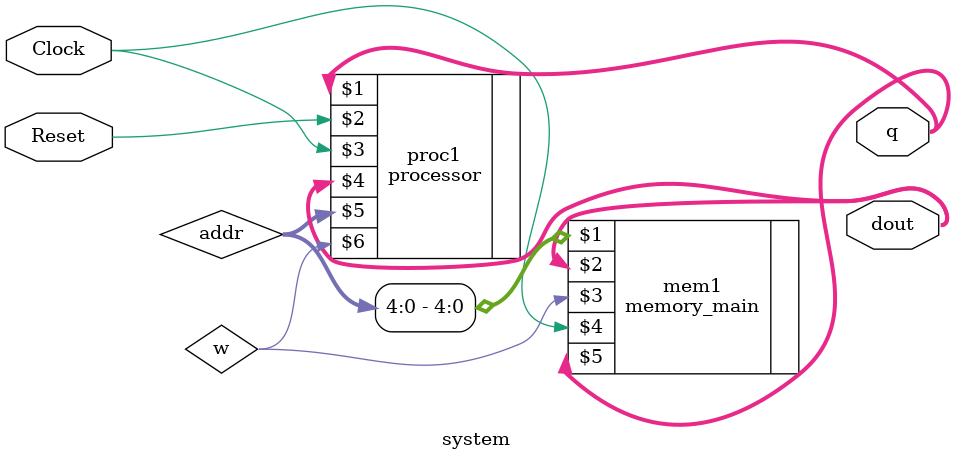
<source format=v>
module system (Clock, Reset, dout, q);

input Clock, Reset;
output [15:0] dout, q;

wire [15:0] addr;

wire w;


processor proc1 (q, Reset, Clock, dout, addr, w);
memory_main mem1 (addr[4:0], dout, w, Clock, q);


endmodule


</source>
